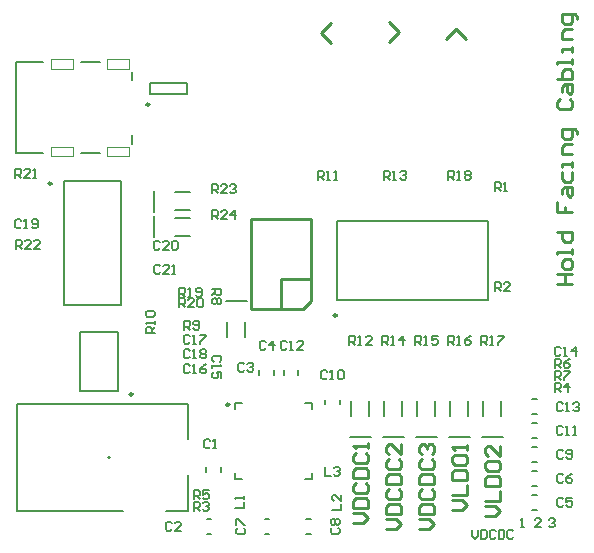
<source format=gto>
G04*
G04 #@! TF.GenerationSoftware,Altium Limited,Altium Designer,19.1.8 (144)*
G04*
G04 Layer_Color=65535*
%FSLAX25Y25*%
%MOIN*%
G70*
G01*
G75*
%ADD10C,0.00984*%
%ADD11C,0.00787*%
%ADD12C,0.00600*%
%ADD13C,0.00500*%
%ADD14C,0.01000*%
%ADD15C,0.00700*%
%ADD16C,0.00000*%
D10*
X72236Y45606D02*
G03*
X72236Y45606I-492J0D01*
G01*
X40020Y49053D02*
G03*
X40020Y49053I-492J0D01*
G01*
X13017Y119283D02*
G03*
X13017Y119283I-492J0D01*
G01*
X108046Y75295D02*
G03*
X108046Y75295I-492J0D01*
G01*
X45602Y145685D02*
G03*
X45602Y145685I-492J0D01*
G01*
D11*
X109061Y45713D02*
Y47287D01*
X104139Y45713D02*
Y47287D01*
X64539Y23213D02*
Y24787D01*
X69461Y23213D02*
Y24787D01*
X95261Y55613D02*
Y57187D01*
X90339Y55613D02*
Y57187D01*
X173113Y47361D02*
X174687D01*
X173113Y42439D02*
X174687D01*
X173141Y39461D02*
X174716D01*
X173141Y34539D02*
X174716D01*
X173213Y31461D02*
X174787D01*
X173213Y26539D02*
X174787D01*
X173213Y23461D02*
X174787D01*
X173213Y18539D02*
X174787D01*
X173213Y15461D02*
X174787D01*
X173213Y10539D02*
X174787D01*
X97913Y2439D02*
X99487D01*
X97913Y7361D02*
X99487D01*
X84013D02*
X85587D01*
X84013Y2439D02*
X85587D01*
X87161Y55548D02*
Y57123D01*
X82239Y55548D02*
Y57123D01*
X47000Y109900D02*
Y116900D01*
X112400Y34700D02*
X119400D01*
X123400D02*
X130400D01*
X134400D02*
X141400D01*
X145400D02*
X152400D01*
X156400D02*
X163400D01*
X74303Y20803D02*
X76370D01*
X74303D02*
Y22870D01*
X97630Y20803D02*
X99697D01*
Y22870D01*
Y44130D02*
Y46197D01*
X97630D02*
X99697D01*
X74303D02*
X76370D01*
X74303Y44130D02*
Y46197D01*
X64713Y7461D02*
X66287D01*
X64713Y2539D02*
X66287D01*
X71000Y80000D02*
X78000D01*
X35099Y50058D02*
Y69743D01*
X22501Y50058D02*
Y69743D01*
Y50058D02*
X35099D01*
X22501Y69743D02*
X35099D01*
X17151Y78831D02*
X36049D01*
X17151Y120169D02*
X36049D01*
Y78831D02*
Y120169D01*
X17151Y78831D02*
Y120169D01*
X108203Y80511D02*
X158597D01*
X108203Y106889D02*
X158597D01*
X108203Y80511D02*
Y106889D01*
X158597Y80511D02*
Y106889D01*
X58102Y149228D02*
Y152772D01*
X45898Y149228D02*
Y152772D01*
X58102D01*
X45898Y149228D02*
X58102D01*
X47000Y101400D02*
Y108400D01*
D12*
X54000Y110400D02*
X59000D01*
X54000Y116400D02*
X59000D01*
X118900Y41700D02*
Y46700D01*
X112900Y41700D02*
Y46700D01*
X129900Y41700D02*
Y46700D01*
X123900Y41700D02*
Y46700D01*
X140900Y41700D02*
Y46700D01*
X134900Y41700D02*
Y46700D01*
X151900Y41700D02*
Y46700D01*
X145900Y41700D02*
Y46700D01*
X162900Y41700D02*
Y46700D01*
X156900Y41700D02*
Y46700D01*
X77500Y68000D02*
Y73000D01*
X71500Y68000D02*
Y73000D01*
X54000Y107900D02*
X59000D01*
X54000Y101900D02*
X59000D01*
D13*
X1654Y10283D02*
X36890D01*
X58346Y34102D02*
Y45717D01*
X1654D02*
X58346D01*
X1654Y10283D02*
Y45717D01*
X58346Y10283D02*
Y22291D01*
X51063Y10283D02*
X58346D01*
X1146Y129409D02*
X10240D01*
X1146D02*
Y159724D01*
X10240D01*
X22681Y129409D02*
X29020D01*
X22681Y159724D02*
X29020D01*
X39925Y132520D02*
Y135394D01*
Y153779D02*
Y156575D01*
D14*
X31969Y28000D02*
X32000D01*
X79400Y77600D02*
X96900D01*
X99400Y80100D01*
Y107600D01*
X89400Y77600D02*
Y87600D01*
X99400D01*
X79400Y77600D02*
Y107600D01*
X99400D01*
X181602Y85700D02*
X186600D01*
X184101D01*
Y89032D01*
X181602D01*
X186600D01*
Y91531D02*
Y93198D01*
X185767Y94031D01*
X184101D01*
X183268Y93198D01*
Y91531D01*
X184101Y90698D01*
X185767D01*
X186600Y91531D01*
Y95697D02*
Y97363D01*
Y96530D01*
X181602D01*
Y95697D01*
Y103194D02*
X186600D01*
Y100695D01*
X185767Y99862D01*
X184101D01*
X183268Y100695D01*
Y103194D01*
X181602Y113191D02*
Y109859D01*
X184101D01*
Y111525D01*
Y109859D01*
X186600D01*
X183268Y115690D02*
Y117356D01*
X184101Y118190D01*
X186600D01*
Y115690D01*
X185767Y114857D01*
X184934Y115690D01*
Y118190D01*
X183268Y123188D02*
Y120689D01*
X184101Y119856D01*
X185767D01*
X186600Y120689D01*
Y123188D01*
Y124854D02*
Y126520D01*
Y125687D01*
X183268D01*
Y124854D01*
X186600Y129019D02*
X183268D01*
Y131518D01*
X184101Y132352D01*
X186600D01*
X188266Y135684D02*
Y136517D01*
X187433Y137350D01*
X183268D01*
Y134851D01*
X184101Y134018D01*
X185767D01*
X186600Y134851D01*
Y137350D01*
X182435Y147347D02*
X181602Y146514D01*
Y144848D01*
X182435Y144014D01*
X185767D01*
X186600Y144848D01*
Y146514D01*
X185767Y147347D01*
X183268Y149846D02*
Y151512D01*
X184101Y152345D01*
X186600D01*
Y149846D01*
X185767Y149013D01*
X184934Y149846D01*
Y152345D01*
X181602Y154011D02*
X186600D01*
Y156510D01*
X185767Y157343D01*
X184934D01*
X184101D01*
X183268Y156510D01*
Y154011D01*
X186600Y159010D02*
Y160676D01*
Y159843D01*
X181602D01*
Y159010D01*
X186600Y163175D02*
Y164841D01*
Y164008D01*
X183268D01*
Y163175D01*
X186600Y167340D02*
X183268D01*
Y169839D01*
X184101Y170673D01*
X186600D01*
X188266Y174005D02*
Y174838D01*
X187433Y175671D01*
X183268D01*
Y173172D01*
X184101Y172339D01*
X185767D01*
X186600Y173172D01*
Y175671D01*
X144500Y167498D02*
X147832Y170831D01*
X151164Y167498D01*
X125498Y173000D02*
X128831Y169668D01*
X125498Y166335D01*
X106002Y166000D02*
X102669Y169332D01*
X106002Y172664D01*
X157502Y8500D02*
X160834D01*
X162500Y10166D01*
X160834Y11832D01*
X157502D01*
Y13498D02*
X162500D01*
Y16831D01*
X157502Y18497D02*
X162500D01*
Y20996D01*
X161667Y21829D01*
X158335D01*
X157502Y20996D01*
Y18497D01*
Y25994D02*
Y24328D01*
X158335Y23495D01*
X161667D01*
X162500Y24328D01*
Y25994D01*
X161667Y26827D01*
X158335D01*
X157502Y25994D01*
X162500Y31826D02*
Y28493D01*
X159168Y31826D01*
X158335D01*
X157502Y30993D01*
Y29327D01*
X158335Y28493D01*
X146502Y10500D02*
X149834D01*
X151500Y12166D01*
X149834Y13832D01*
X146502D01*
Y15498D02*
X151500D01*
Y18831D01*
X146502Y20497D02*
X151500D01*
Y22996D01*
X150667Y23829D01*
X147335D01*
X146502Y22996D01*
Y20497D01*
Y27994D02*
Y26328D01*
X147335Y25495D01*
X150667D01*
X151500Y26328D01*
Y27994D01*
X150667Y28827D01*
X147335D01*
X146502Y27994D01*
X151500Y30494D02*
Y32160D01*
Y31327D01*
X146502D01*
X147335Y30494D01*
X135502Y4000D02*
X138834D01*
X140500Y5666D01*
X138834Y7332D01*
X135502D01*
Y8998D02*
X140500D01*
Y11498D01*
X139667Y12331D01*
X136335D01*
X135502Y11498D01*
Y8998D01*
X136335Y17329D02*
X135502Y16496D01*
Y14830D01*
X136335Y13997D01*
X139667D01*
X140500Y14830D01*
Y16496D01*
X139667Y17329D01*
X135502Y18995D02*
X140500D01*
Y21494D01*
X139667Y22327D01*
X136335D01*
X135502Y21494D01*
Y18995D01*
X136335Y27326D02*
X135502Y26493D01*
Y24827D01*
X136335Y23993D01*
X139667D01*
X140500Y24827D01*
Y26493D01*
X139667Y27326D01*
X136335Y28992D02*
X135502Y29825D01*
Y31491D01*
X136335Y32324D01*
X137168D01*
X138001Y31491D01*
Y30658D01*
Y31491D01*
X138834Y32324D01*
X139667D01*
X140500Y31491D01*
Y29825D01*
X139667Y28992D01*
X124502Y4000D02*
X127834D01*
X129500Y5666D01*
X127834Y7332D01*
X124502D01*
Y8998D02*
X129500D01*
Y11498D01*
X128667Y12331D01*
X125335D01*
X124502Y11498D01*
Y8998D01*
X125335Y17329D02*
X124502Y16496D01*
Y14830D01*
X125335Y13997D01*
X128667D01*
X129500Y14830D01*
Y16496D01*
X128667Y17329D01*
X124502Y18995D02*
X129500D01*
Y21494D01*
X128667Y22327D01*
X125335D01*
X124502Y21494D01*
Y18995D01*
X125335Y27326D02*
X124502Y26493D01*
Y24827D01*
X125335Y23993D01*
X128667D01*
X129500Y24827D01*
Y26493D01*
X128667Y27326D01*
X129500Y32324D02*
Y28992D01*
X126168Y32324D01*
X125335D01*
X124502Y31491D01*
Y29825D01*
X125335Y28992D01*
X113502Y6000D02*
X116834D01*
X118500Y7666D01*
X116834Y9332D01*
X113502D01*
Y10998D02*
X118500D01*
Y13498D01*
X117667Y14331D01*
X114335D01*
X113502Y13498D01*
Y10998D01*
X114335Y19329D02*
X113502Y18496D01*
Y16830D01*
X114335Y15997D01*
X117667D01*
X118500Y16830D01*
Y18496D01*
X117667Y19329D01*
X113502Y20995D02*
X118500D01*
Y23494D01*
X117667Y24327D01*
X114335D01*
X113502Y23494D01*
Y20995D01*
X114335Y29326D02*
X113502Y28493D01*
Y26827D01*
X114335Y25993D01*
X117667D01*
X118500Y26827D01*
Y28493D01*
X117667Y29326D01*
X118500Y30992D02*
Y32658D01*
Y31825D01*
X113502D01*
X114335Y30992D01*
D15*
X153000Y3899D02*
Y1900D01*
X154000Y900D01*
X154999Y1900D01*
Y3899D01*
X155999D02*
Y900D01*
X157499D01*
X157998Y1400D01*
Y3399D01*
X157499Y3899D01*
X155999D01*
X160997Y3399D02*
X160498Y3899D01*
X159498D01*
X158998Y3399D01*
Y1400D01*
X159498Y900D01*
X160498D01*
X160997Y1400D01*
X161997Y3899D02*
Y900D01*
X163497D01*
X163996Y1400D01*
Y3399D01*
X163497Y3899D01*
X161997D01*
X166996Y3399D02*
X166496Y3899D01*
X165496D01*
X164996Y3399D01*
Y1400D01*
X165496Y900D01*
X166496D01*
X166996Y1400D01*
X178700Y7199D02*
X179200Y7699D01*
X180200D01*
X180699Y7199D01*
Y6699D01*
X180200Y6199D01*
X179700D01*
X180200D01*
X180699Y5700D01*
Y5200D01*
X180200Y4700D01*
X179200D01*
X178700Y5200D01*
X169400Y4700D02*
X170400D01*
X169900D01*
Y7699D01*
X169400Y7199D01*
X175999Y4700D02*
X174000D01*
X175999Y6699D01*
Y7199D01*
X175499Y7699D01*
X174500D01*
X174000Y7199D01*
X145200Y120500D02*
Y123499D01*
X146700D01*
X147199Y122999D01*
Y122000D01*
X146700Y121500D01*
X145200D01*
X146200D02*
X147199Y120500D01*
X148199D02*
X149199D01*
X148699D01*
Y123499D01*
X148199Y122999D01*
X150698D02*
X151198Y123499D01*
X152198D01*
X152698Y122999D01*
Y122499D01*
X152198Y122000D01*
X152698Y121500D01*
Y121000D01*
X152198Y120500D01*
X151198D01*
X150698Y121000D01*
Y121500D01*
X151198Y122000D01*
X150698Y122499D01*
Y122999D01*
X151198Y122000D02*
X152198D01*
X123700Y120500D02*
Y123499D01*
X125199D01*
X125699Y122999D01*
Y122000D01*
X125199Y121500D01*
X123700D01*
X124700D02*
X125699Y120500D01*
X126699D02*
X127699D01*
X127199D01*
Y123499D01*
X126699Y122999D01*
X129198D02*
X129698Y123499D01*
X130698D01*
X131198Y122999D01*
Y122499D01*
X130698Y122000D01*
X130198D01*
X130698D01*
X131198Y121500D01*
Y121000D01*
X130698Y120500D01*
X129698D01*
X129198Y121000D01*
X101700Y120500D02*
Y123499D01*
X103200D01*
X103699Y122999D01*
Y122000D01*
X103200Y121500D01*
X101700D01*
X102700D02*
X103699Y120500D01*
X104699D02*
X105699D01*
X105199D01*
Y123499D01*
X104699Y122999D01*
X107198Y120500D02*
X108198D01*
X107698D01*
Y123499D01*
X107198Y122999D01*
X66500Y107400D02*
Y110399D01*
X68000D01*
X68499Y109899D01*
Y108899D01*
X68000Y108400D01*
X66500D01*
X67500D02*
X68499Y107400D01*
X71498D02*
X69499D01*
X71498Y109399D01*
Y109899D01*
X70999Y110399D01*
X69999D01*
X69499Y109899D01*
X73998Y107400D02*
Y110399D01*
X72498Y108899D01*
X74497D01*
X66400Y116000D02*
Y118999D01*
X67900D01*
X68399Y118499D01*
Y117499D01*
X67900Y117000D01*
X66400D01*
X67400D02*
X68399Y116000D01*
X71398D02*
X69399D01*
X71398Y117999D01*
Y118499D01*
X70899Y118999D01*
X69899D01*
X69399Y118499D01*
X72398D02*
X72898Y118999D01*
X73898D01*
X74397Y118499D01*
Y117999D01*
X73898Y117499D01*
X73398D01*
X73898D01*
X74397Y117000D01*
Y116500D01*
X73898Y116000D01*
X72898D01*
X72398Y116500D01*
X900Y121300D02*
Y124299D01*
X2400D01*
X2899Y123799D01*
Y122800D01*
X2400Y122300D01*
X900D01*
X1900D02*
X2899Y121300D01*
X5898D02*
X3899D01*
X5898Y123299D01*
Y123799D01*
X5399Y124299D01*
X4399D01*
X3899Y123799D01*
X6898Y121300D02*
X7898D01*
X7398D01*
Y124299D01*
X6898Y123799D01*
X1000Y97600D02*
Y100599D01*
X2499D01*
X2999Y100099D01*
Y99099D01*
X2499Y98600D01*
X1000D01*
X2000D02*
X2999Y97600D01*
X5998D02*
X3999D01*
X5998Y99599D01*
Y100099D01*
X5499Y100599D01*
X4499D01*
X3999Y100099D01*
X8997Y97600D02*
X6998D01*
X8997Y99599D01*
Y100099D01*
X8498Y100599D01*
X7498D01*
X6998Y100099D01*
X55500Y78000D02*
Y80999D01*
X56999D01*
X57499Y80499D01*
Y79500D01*
X56999Y79000D01*
X55500D01*
X56500D02*
X57499Y78000D01*
X60498D02*
X58499D01*
X60498Y79999D01*
Y80499D01*
X59999Y80999D01*
X58999D01*
X58499Y80499D01*
X61498D02*
X61998Y80999D01*
X62998D01*
X63497Y80499D01*
Y78500D01*
X62998Y78000D01*
X61998D01*
X61498Y78500D01*
Y80499D01*
X55500Y81500D02*
Y84499D01*
X56999D01*
X57499Y83999D01*
Y82999D01*
X56999Y82500D01*
X55500D01*
X56500D02*
X57499Y81500D01*
X58499D02*
X59499D01*
X58999D01*
Y84499D01*
X58499Y83999D01*
X60998Y82000D02*
X61498Y81500D01*
X62498D01*
X62998Y82000D01*
Y83999D01*
X62498Y84499D01*
X61498D01*
X60998Y83999D01*
Y83499D01*
X61498Y82999D01*
X62998D01*
X156200Y65500D02*
Y68499D01*
X157700D01*
X158199Y67999D01*
Y67000D01*
X157700Y66500D01*
X156200D01*
X157200D02*
X158199Y65500D01*
X159199D02*
X160199D01*
X159699D01*
Y68499D01*
X159199Y67999D01*
X161698Y68499D02*
X163698D01*
Y67999D01*
X161698Y66000D01*
Y65500D01*
X145200D02*
Y68499D01*
X146700D01*
X147199Y67999D01*
Y67000D01*
X146700Y66500D01*
X145200D01*
X146200D02*
X147199Y65500D01*
X148199D02*
X149199D01*
X148699D01*
Y68499D01*
X148199Y67999D01*
X152698Y68499D02*
X151698Y67999D01*
X150698Y67000D01*
Y66000D01*
X151198Y65500D01*
X152198D01*
X152698Y66000D01*
Y66500D01*
X152198Y67000D01*
X150698D01*
X134200Y65500D02*
Y68499D01*
X135699D01*
X136199Y67999D01*
Y67000D01*
X135699Y66500D01*
X134200D01*
X135200D02*
X136199Y65500D01*
X137199D02*
X138199D01*
X137699D01*
Y68499D01*
X137199Y67999D01*
X141698Y68499D02*
X139698D01*
Y67000D01*
X140698Y67499D01*
X141198D01*
X141698Y67000D01*
Y66000D01*
X141198Y65500D01*
X140198D01*
X139698Y66000D01*
X123200Y65500D02*
Y68499D01*
X124699D01*
X125199Y67999D01*
Y67000D01*
X124699Y66500D01*
X123200D01*
X124200D02*
X125199Y65500D01*
X126199D02*
X127199D01*
X126699D01*
Y68499D01*
X126199Y67999D01*
X130198Y65500D02*
Y68499D01*
X128698Y67000D01*
X130698D01*
X112200Y65500D02*
Y68499D01*
X113699D01*
X114199Y67999D01*
Y67000D01*
X113699Y66500D01*
X112200D01*
X113200D02*
X114199Y65500D01*
X115199D02*
X116199D01*
X115699D01*
Y68499D01*
X115199Y67999D01*
X119698Y65500D02*
X117698D01*
X119698Y67499D01*
Y67999D01*
X119198Y68499D01*
X118198D01*
X117698Y67999D01*
X47400Y69400D02*
X44401D01*
Y70899D01*
X44901Y71399D01*
X45900D01*
X46400Y70899D01*
Y69400D01*
Y70400D02*
X47400Y71399D01*
Y72399D02*
Y73399D01*
Y72899D01*
X44401D01*
X44901Y72399D01*
Y74898D02*
X44401Y75398D01*
Y76398D01*
X44901Y76898D01*
X46900D01*
X47400Y76398D01*
Y75398D01*
X46900Y74898D01*
X44901D01*
X57300Y70600D02*
Y73599D01*
X58799D01*
X59299Y73099D01*
Y72100D01*
X58799Y71600D01*
X57300D01*
X58300D02*
X59299Y70600D01*
X60299Y71100D02*
X60799Y70600D01*
X61799D01*
X62298Y71100D01*
Y73099D01*
X61799Y73599D01*
X60799D01*
X60299Y73099D01*
Y72599D01*
X60799Y72100D01*
X62298D01*
X66500Y84128D02*
X69499D01*
Y82629D01*
X68999Y82129D01*
X68000D01*
X67500Y82629D01*
Y84128D01*
Y83129D02*
X66500Y82129D01*
X68999Y81129D02*
X69499Y80629D01*
Y79630D01*
X68999Y79130D01*
X68499D01*
X68000Y79630D01*
X67500Y79130D01*
X67000D01*
X66500Y79630D01*
Y80629D01*
X67000Y81129D01*
X67500D01*
X68000Y80629D01*
X68499Y81129D01*
X68999D01*
X68000Y80629D02*
Y79630D01*
X180700Y53900D02*
Y56899D01*
X182200D01*
X182699Y56399D01*
Y55400D01*
X182200Y54900D01*
X180700D01*
X181700D02*
X182699Y53900D01*
X183699Y56899D02*
X185698D01*
Y56399D01*
X183699Y54400D01*
Y53900D01*
X180700Y57900D02*
Y60899D01*
X182200D01*
X182699Y60399D01*
Y59399D01*
X182200Y58900D01*
X180700D01*
X181700D02*
X182699Y57900D01*
X185698Y60899D02*
X184699Y60399D01*
X183699Y59399D01*
Y58400D01*
X184199Y57900D01*
X185199D01*
X185698Y58400D01*
Y58900D01*
X185199Y59399D01*
X183699D01*
X60400Y14000D02*
Y16999D01*
X61900D01*
X62399Y16499D01*
Y15499D01*
X61900Y15000D01*
X60400D01*
X61400D02*
X62399Y14000D01*
X65398Y16999D02*
X63399D01*
Y15499D01*
X64399Y15999D01*
X64899D01*
X65398Y15499D01*
Y14500D01*
X64899Y14000D01*
X63899D01*
X63399Y14500D01*
X180700Y49900D02*
Y52899D01*
X182200D01*
X182699Y52399D01*
Y51399D01*
X182200Y50900D01*
X180700D01*
X181700D02*
X182699Y49900D01*
X185199D02*
Y52899D01*
X183699Y51399D01*
X185698D01*
X60400Y10200D02*
Y13199D01*
X61900D01*
X62399Y12699D01*
Y11699D01*
X61900Y11200D01*
X60400D01*
X61400D02*
X62399Y10200D01*
X63399Y12699D02*
X63899Y13199D01*
X64899D01*
X65398Y12699D01*
Y12199D01*
X64899Y11699D01*
X64399D01*
X64899D01*
X65398Y11200D01*
Y10700D01*
X64899Y10200D01*
X63899D01*
X63399Y10700D01*
X160800Y83400D02*
Y86399D01*
X162300D01*
X162799Y85899D01*
Y84899D01*
X162300Y84400D01*
X160800D01*
X161800D02*
X162799Y83400D01*
X165798D02*
X163799D01*
X165798Y85399D01*
Y85899D01*
X165299Y86399D01*
X164299D01*
X163799Y85899D01*
X160800Y116700D02*
Y119699D01*
X162300D01*
X162799Y119199D01*
Y118200D01*
X162300Y117700D01*
X160800D01*
X161800D02*
X162799Y116700D01*
X163799D02*
X164799D01*
X164299D01*
Y119699D01*
X163799Y119199D01*
X104100Y24899D02*
Y21900D01*
X106099D01*
X107099Y24399D02*
X107599Y24899D01*
X108599D01*
X109098Y24399D01*
Y23899D01*
X108599Y23400D01*
X108099D01*
X108599D01*
X109098Y22900D01*
Y22400D01*
X108599Y21900D01*
X107599D01*
X107099Y22400D01*
X106501Y10600D02*
X109500D01*
Y12599D01*
Y15598D02*
Y13599D01*
X107501Y15598D01*
X107001D01*
X106501Y15099D01*
Y14099D01*
X107001Y13599D01*
X74101Y11000D02*
X77100D01*
Y12999D01*
Y13999D02*
Y14999D01*
Y14499D01*
X74101D01*
X74601Y13999D01*
X49199Y91799D02*
X48700Y92299D01*
X47700D01*
X47200Y91799D01*
Y89800D01*
X47700Y89300D01*
X48700D01*
X49199Y89800D01*
X52198Y89300D02*
X50199D01*
X52198Y91299D01*
Y91799D01*
X51699Y92299D01*
X50699D01*
X50199Y91799D01*
X53198Y89300D02*
X54198D01*
X53698D01*
Y92299D01*
X53198Y91799D01*
X49099Y99699D02*
X48599Y100199D01*
X47600D01*
X47100Y99699D01*
Y97700D01*
X47600Y97200D01*
X48599D01*
X49099Y97700D01*
X52098Y97200D02*
X50099D01*
X52098Y99199D01*
Y99699D01*
X51599Y100199D01*
X50599D01*
X50099Y99699D01*
X53098D02*
X53598Y100199D01*
X54598D01*
X55097Y99699D01*
Y97700D01*
X54598Y97200D01*
X53598D01*
X53098Y97700D01*
Y99699D01*
X2899Y106899D02*
X2400Y107399D01*
X1400D01*
X900Y106899D01*
Y104900D01*
X1400Y104400D01*
X2400D01*
X2899Y104900D01*
X3899Y104400D02*
X4899D01*
X4399D01*
Y107399D01*
X3899Y106899D01*
X6398Y104900D02*
X6898Y104400D01*
X7898D01*
X8398Y104900D01*
Y106899D01*
X7898Y107399D01*
X6898D01*
X6398Y106899D01*
Y106399D01*
X6898Y105900D01*
X8398D01*
X59099Y63499D02*
X58600Y63999D01*
X57600D01*
X57100Y63499D01*
Y61500D01*
X57600Y61000D01*
X58600D01*
X59099Y61500D01*
X60099Y61000D02*
X61099D01*
X60599D01*
Y63999D01*
X60099Y63499D01*
X62598D02*
X63098Y63999D01*
X64098D01*
X64598Y63499D01*
Y62999D01*
X64098Y62499D01*
X64598Y62000D01*
Y61500D01*
X64098Y61000D01*
X63098D01*
X62598Y61500D01*
Y62000D01*
X63098Y62499D01*
X62598Y62999D01*
Y63499D01*
X63098Y62499D02*
X64098D01*
X59099Y68399D02*
X58600Y68899D01*
X57600D01*
X57100Y68399D01*
Y66400D01*
X57600Y65900D01*
X58600D01*
X59099Y66400D01*
X60099Y65900D02*
X61099D01*
X60599D01*
Y68899D01*
X60099Y68399D01*
X62598Y68899D02*
X64598D01*
Y68399D01*
X62598Y66400D01*
Y65900D01*
X59099Y58599D02*
X58600Y59099D01*
X57600D01*
X57100Y58599D01*
Y56600D01*
X57600Y56100D01*
X58600D01*
X59099Y56600D01*
X60099Y56100D02*
X61099D01*
X60599D01*
Y59099D01*
X60099Y58599D01*
X64598Y59099D02*
X63598Y58599D01*
X62598Y57600D01*
Y56600D01*
X63098Y56100D01*
X64098D01*
X64598Y56600D01*
Y57100D01*
X64098Y57600D01*
X62598D01*
X68999Y59833D02*
X69499Y60333D01*
Y61332D01*
X68999Y61832D01*
X67000D01*
X66500Y61332D01*
Y60333D01*
X67000Y59833D01*
X66500Y58833D02*
Y57834D01*
Y58333D01*
X69499D01*
X68999Y58833D01*
X69499Y54335D02*
Y56334D01*
X68000D01*
X68499Y55334D01*
Y54835D01*
X68000Y54335D01*
X67000D01*
X66500Y54835D01*
Y55834D01*
X67000Y56334D01*
X182699Y64399D02*
X182200Y64899D01*
X181200D01*
X180700Y64399D01*
Y62400D01*
X181200Y61900D01*
X182200D01*
X182699Y62400D01*
X183699Y61900D02*
X184699D01*
X184199D01*
Y64899D01*
X183699Y64399D01*
X187698Y61900D02*
Y64899D01*
X186198Y63399D01*
X188198D01*
X183399Y45899D02*
X182899Y46399D01*
X181900D01*
X181400Y45899D01*
Y43900D01*
X181900Y43400D01*
X182899D01*
X183399Y43900D01*
X184399Y43400D02*
X185399D01*
X184899D01*
Y46399D01*
X184399Y45899D01*
X186898D02*
X187398Y46399D01*
X188398D01*
X188898Y45899D01*
Y45399D01*
X188398Y44899D01*
X187898D01*
X188398D01*
X188898Y44400D01*
Y43900D01*
X188398Y43400D01*
X187398D01*
X186898Y43900D01*
X91399Y66399D02*
X90899Y66899D01*
X89900D01*
X89400Y66399D01*
Y64400D01*
X89900Y63900D01*
X90899D01*
X91399Y64400D01*
X92399Y63900D02*
X93399D01*
X92899D01*
Y66899D01*
X92399Y66399D01*
X96898Y63900D02*
X94898D01*
X96898Y65899D01*
Y66399D01*
X96398Y66899D01*
X95398D01*
X94898Y66399D01*
X183428Y37999D02*
X182928Y38499D01*
X181928D01*
X181428Y37999D01*
Y36000D01*
X181928Y35500D01*
X182928D01*
X183428Y36000D01*
X184427Y35500D02*
X185427D01*
X184927D01*
Y38499D01*
X184427Y37999D01*
X186927Y35500D02*
X187926D01*
X187426D01*
Y38499D01*
X186927Y37999D01*
X104899Y56499D02*
X104400Y56999D01*
X103400D01*
X102900Y56499D01*
Y54500D01*
X103400Y54000D01*
X104400D01*
X104899Y54500D01*
X105899Y54000D02*
X106899D01*
X106399D01*
Y56999D01*
X105899Y56499D01*
X108398D02*
X108898Y56999D01*
X109898D01*
X110398Y56499D01*
Y54500D01*
X109898Y54000D01*
X108898D01*
X108398Y54500D01*
Y56499D01*
X183499Y29999D02*
X183000Y30499D01*
X182000D01*
X181500Y29999D01*
Y28000D01*
X182000Y27500D01*
X183000D01*
X183499Y28000D01*
X184499D02*
X184999Y27500D01*
X185999D01*
X186498Y28000D01*
Y29999D01*
X185999Y30499D01*
X184999D01*
X184499Y29999D01*
Y29499D01*
X184999Y29000D01*
X186498D01*
X106501Y4499D02*
X106001Y3999D01*
Y3000D01*
X106501Y2500D01*
X108500D01*
X109000Y3000D01*
Y3999D01*
X108500Y4499D01*
X106501Y5499D02*
X106001Y5999D01*
Y6999D01*
X106501Y7498D01*
X107001D01*
X107501Y6999D01*
X108000Y7498D01*
X108500D01*
X109000Y6999D01*
Y5999D01*
X108500Y5499D01*
X108000D01*
X107501Y5999D01*
X107001Y5499D01*
X106501D01*
X107501Y5999D02*
Y6999D01*
X75001Y4399D02*
X74501Y3900D01*
Y2900D01*
X75001Y2400D01*
X77000D01*
X77500Y2900D01*
Y3900D01*
X77000Y4399D01*
X74501Y5399D02*
Y7398D01*
X75001D01*
X77000Y5399D01*
X77500D01*
X183499Y21999D02*
X183000Y22499D01*
X182000D01*
X181500Y21999D01*
Y20000D01*
X182000Y19500D01*
X183000D01*
X183499Y20000D01*
X186498Y22499D02*
X185499Y21999D01*
X184499Y21000D01*
Y20000D01*
X184999Y19500D01*
X185999D01*
X186498Y20000D01*
Y20500D01*
X185999Y21000D01*
X184499D01*
X183499Y13999D02*
X183000Y14499D01*
X182000D01*
X181500Y13999D01*
Y12000D01*
X182000Y11500D01*
X183000D01*
X183499Y12000D01*
X186498Y14499D02*
X184499D01*
Y13000D01*
X185499Y13499D01*
X185999D01*
X186498Y13000D01*
Y12000D01*
X185999Y11500D01*
X184999D01*
X184499Y12000D01*
X84399Y66335D02*
X83899Y66834D01*
X82900D01*
X82400Y66335D01*
Y64335D01*
X82900Y63835D01*
X83899D01*
X84399Y64335D01*
X86899Y63835D02*
Y66834D01*
X85399Y65335D01*
X87398D01*
X77299Y59099D02*
X76799Y59599D01*
X75800D01*
X75300Y59099D01*
Y57100D01*
X75800Y56600D01*
X76799D01*
X77299Y57100D01*
X78299Y59099D02*
X78799Y59599D01*
X79799D01*
X80298Y59099D01*
Y58599D01*
X79799Y58100D01*
X79299D01*
X79799D01*
X80298Y57600D01*
Y57100D01*
X79799Y56600D01*
X78799D01*
X78299Y57100D01*
X52999Y5999D02*
X52500Y6499D01*
X51500D01*
X51000Y5999D01*
Y4000D01*
X51500Y3500D01*
X52500D01*
X52999Y4000D01*
X55998Y3500D02*
X53999D01*
X55998Y5499D01*
Y5999D01*
X55499Y6499D01*
X54499D01*
X53999Y5999D01*
X65899Y33599D02*
X65399Y34099D01*
X64400D01*
X63900Y33599D01*
Y31600D01*
X64400Y31100D01*
X65399D01*
X65899Y31600D01*
X66899Y31100D02*
X67899D01*
X67399D01*
Y34099D01*
X66899Y33599D01*
D16*
X12760Y128425D02*
X20240D01*
X12760D02*
Y131575D01*
X20240D01*
Y128425D02*
Y131575D01*
X31461Y157559D02*
X38941D01*
X31461D02*
Y160709D01*
X38941D01*
Y157559D02*
Y160709D01*
X12760Y157559D02*
X20240D01*
X12760D02*
Y160709D01*
X20240D01*
Y157559D02*
Y160709D01*
X31461Y128425D02*
X38941D01*
X31461D02*
Y131575D01*
X38941D01*
Y128425D02*
Y131575D01*
M02*

</source>
